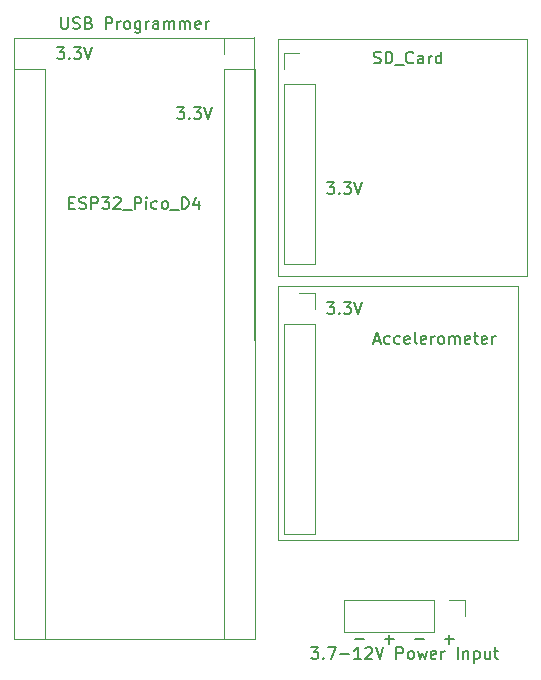
<source format=gto>
G04 #@! TF.GenerationSoftware,KiCad,Pcbnew,(5.1.5)-3*
G04 #@! TF.CreationDate,2020-03-02T23:39:02-06:00*
G04 #@! TF.ProjectId,PMT_PCB,504d545f-5043-4422-9e6b-696361645f70,rev?*
G04 #@! TF.SameCoordinates,Original*
G04 #@! TF.FileFunction,Legend,Top*
G04 #@! TF.FilePolarity,Positive*
%FSLAX46Y46*%
G04 Gerber Fmt 4.6, Leading zero omitted, Abs format (unit mm)*
G04 Created by KiCad (PCBNEW (5.1.5)-3) date 2020-03-02 23:39:02*
%MOMM*%
%LPD*%
G04 APERTURE LIST*
%ADD10C,0.150000*%
%ADD11C,0.120000*%
G04 APERTURE END LIST*
D10*
X133143809Y-65492380D02*
X133762857Y-65492380D01*
X133429523Y-65873333D01*
X133572380Y-65873333D01*
X133667619Y-65920952D01*
X133715238Y-65968571D01*
X133762857Y-66063809D01*
X133762857Y-66301904D01*
X133715238Y-66397142D01*
X133667619Y-66444761D01*
X133572380Y-66492380D01*
X133286666Y-66492380D01*
X133191428Y-66444761D01*
X133143809Y-66397142D01*
X134191428Y-66397142D02*
X134239047Y-66444761D01*
X134191428Y-66492380D01*
X134143809Y-66444761D01*
X134191428Y-66397142D01*
X134191428Y-66492380D01*
X134572380Y-65492380D02*
X135191428Y-65492380D01*
X134858095Y-65873333D01*
X135000952Y-65873333D01*
X135096190Y-65920952D01*
X135143809Y-65968571D01*
X135191428Y-66063809D01*
X135191428Y-66301904D01*
X135143809Y-66397142D01*
X135096190Y-66444761D01*
X135000952Y-66492380D01*
X134715238Y-66492380D01*
X134620000Y-66444761D01*
X134572380Y-66397142D01*
X135477142Y-65492380D02*
X135810476Y-66492380D01*
X136143809Y-65492380D01*
X122983809Y-60412380D02*
X123602857Y-60412380D01*
X123269523Y-60793333D01*
X123412380Y-60793333D01*
X123507619Y-60840952D01*
X123555238Y-60888571D01*
X123602857Y-60983809D01*
X123602857Y-61221904D01*
X123555238Y-61317142D01*
X123507619Y-61364761D01*
X123412380Y-61412380D01*
X123126666Y-61412380D01*
X123031428Y-61364761D01*
X122983809Y-61317142D01*
X124031428Y-61317142D02*
X124079047Y-61364761D01*
X124031428Y-61412380D01*
X123983809Y-61364761D01*
X124031428Y-61317142D01*
X124031428Y-61412380D01*
X124412380Y-60412380D02*
X125031428Y-60412380D01*
X124698095Y-60793333D01*
X124840952Y-60793333D01*
X124936190Y-60840952D01*
X124983809Y-60888571D01*
X125031428Y-60983809D01*
X125031428Y-61221904D01*
X124983809Y-61317142D01*
X124936190Y-61364761D01*
X124840952Y-61412380D01*
X124555238Y-61412380D01*
X124460000Y-61364761D01*
X124412380Y-61317142D01*
X125317142Y-60412380D02*
X125650476Y-61412380D01*
X125983809Y-60412380D01*
X145843809Y-71842380D02*
X146462857Y-71842380D01*
X146129523Y-72223333D01*
X146272380Y-72223333D01*
X146367619Y-72270952D01*
X146415238Y-72318571D01*
X146462857Y-72413809D01*
X146462857Y-72651904D01*
X146415238Y-72747142D01*
X146367619Y-72794761D01*
X146272380Y-72842380D01*
X145986666Y-72842380D01*
X145891428Y-72794761D01*
X145843809Y-72747142D01*
X146891428Y-72747142D02*
X146939047Y-72794761D01*
X146891428Y-72842380D01*
X146843809Y-72794761D01*
X146891428Y-72747142D01*
X146891428Y-72842380D01*
X147272380Y-71842380D02*
X147891428Y-71842380D01*
X147558095Y-72223333D01*
X147700952Y-72223333D01*
X147796190Y-72270952D01*
X147843809Y-72318571D01*
X147891428Y-72413809D01*
X147891428Y-72651904D01*
X147843809Y-72747142D01*
X147796190Y-72794761D01*
X147700952Y-72842380D01*
X147415238Y-72842380D01*
X147320000Y-72794761D01*
X147272380Y-72747142D01*
X148177142Y-71842380D02*
X148510476Y-72842380D01*
X148843809Y-71842380D01*
X145843809Y-82002380D02*
X146462857Y-82002380D01*
X146129523Y-82383333D01*
X146272380Y-82383333D01*
X146367619Y-82430952D01*
X146415238Y-82478571D01*
X146462857Y-82573809D01*
X146462857Y-82811904D01*
X146415238Y-82907142D01*
X146367619Y-82954761D01*
X146272380Y-83002380D01*
X145986666Y-83002380D01*
X145891428Y-82954761D01*
X145843809Y-82907142D01*
X146891428Y-82907142D02*
X146939047Y-82954761D01*
X146891428Y-83002380D01*
X146843809Y-82954761D01*
X146891428Y-82907142D01*
X146891428Y-83002380D01*
X147272380Y-82002380D02*
X147891428Y-82002380D01*
X147558095Y-82383333D01*
X147700952Y-82383333D01*
X147796190Y-82430952D01*
X147843809Y-82478571D01*
X147891428Y-82573809D01*
X147891428Y-82811904D01*
X147843809Y-82907142D01*
X147796190Y-82954761D01*
X147700952Y-83002380D01*
X147415238Y-83002380D01*
X147320000Y-82954761D01*
X147272380Y-82907142D01*
X148177142Y-82002380D02*
X148510476Y-83002380D01*
X148843809Y-82002380D01*
X155829047Y-110561428D02*
X156590952Y-110561428D01*
X156210000Y-110942380D02*
X156210000Y-110180476D01*
X153289047Y-110561428D02*
X154050952Y-110561428D01*
X150749047Y-110561428D02*
X151510952Y-110561428D01*
X151130000Y-110942380D02*
X151130000Y-110180476D01*
X148209047Y-110561428D02*
X148970952Y-110561428D01*
X123349523Y-57872380D02*
X123349523Y-58681904D01*
X123397142Y-58777142D01*
X123444761Y-58824761D01*
X123540000Y-58872380D01*
X123730476Y-58872380D01*
X123825714Y-58824761D01*
X123873333Y-58777142D01*
X123920952Y-58681904D01*
X123920952Y-57872380D01*
X124349523Y-58824761D02*
X124492380Y-58872380D01*
X124730476Y-58872380D01*
X124825714Y-58824761D01*
X124873333Y-58777142D01*
X124920952Y-58681904D01*
X124920952Y-58586666D01*
X124873333Y-58491428D01*
X124825714Y-58443809D01*
X124730476Y-58396190D01*
X124540000Y-58348571D01*
X124444761Y-58300952D01*
X124397142Y-58253333D01*
X124349523Y-58158095D01*
X124349523Y-58062857D01*
X124397142Y-57967619D01*
X124444761Y-57920000D01*
X124540000Y-57872380D01*
X124778095Y-57872380D01*
X124920952Y-57920000D01*
X125682857Y-58348571D02*
X125825714Y-58396190D01*
X125873333Y-58443809D01*
X125920952Y-58539047D01*
X125920952Y-58681904D01*
X125873333Y-58777142D01*
X125825714Y-58824761D01*
X125730476Y-58872380D01*
X125349523Y-58872380D01*
X125349523Y-57872380D01*
X125682857Y-57872380D01*
X125778095Y-57920000D01*
X125825714Y-57967619D01*
X125873333Y-58062857D01*
X125873333Y-58158095D01*
X125825714Y-58253333D01*
X125778095Y-58300952D01*
X125682857Y-58348571D01*
X125349523Y-58348571D01*
X127111428Y-58872380D02*
X127111428Y-57872380D01*
X127492380Y-57872380D01*
X127587619Y-57920000D01*
X127635238Y-57967619D01*
X127682857Y-58062857D01*
X127682857Y-58205714D01*
X127635238Y-58300952D01*
X127587619Y-58348571D01*
X127492380Y-58396190D01*
X127111428Y-58396190D01*
X128111428Y-58872380D02*
X128111428Y-58205714D01*
X128111428Y-58396190D02*
X128159047Y-58300952D01*
X128206666Y-58253333D01*
X128301904Y-58205714D01*
X128397142Y-58205714D01*
X128873333Y-58872380D02*
X128778095Y-58824761D01*
X128730476Y-58777142D01*
X128682857Y-58681904D01*
X128682857Y-58396190D01*
X128730476Y-58300952D01*
X128778095Y-58253333D01*
X128873333Y-58205714D01*
X129016190Y-58205714D01*
X129111428Y-58253333D01*
X129159047Y-58300952D01*
X129206666Y-58396190D01*
X129206666Y-58681904D01*
X129159047Y-58777142D01*
X129111428Y-58824761D01*
X129016190Y-58872380D01*
X128873333Y-58872380D01*
X130063809Y-58205714D02*
X130063809Y-59015238D01*
X130016190Y-59110476D01*
X129968571Y-59158095D01*
X129873333Y-59205714D01*
X129730476Y-59205714D01*
X129635238Y-59158095D01*
X130063809Y-58824761D02*
X129968571Y-58872380D01*
X129778095Y-58872380D01*
X129682857Y-58824761D01*
X129635238Y-58777142D01*
X129587619Y-58681904D01*
X129587619Y-58396190D01*
X129635238Y-58300952D01*
X129682857Y-58253333D01*
X129778095Y-58205714D01*
X129968571Y-58205714D01*
X130063809Y-58253333D01*
X130540000Y-58872380D02*
X130540000Y-58205714D01*
X130540000Y-58396190D02*
X130587619Y-58300952D01*
X130635238Y-58253333D01*
X130730476Y-58205714D01*
X130825714Y-58205714D01*
X131587619Y-58872380D02*
X131587619Y-58348571D01*
X131540000Y-58253333D01*
X131444761Y-58205714D01*
X131254285Y-58205714D01*
X131159047Y-58253333D01*
X131587619Y-58824761D02*
X131492380Y-58872380D01*
X131254285Y-58872380D01*
X131159047Y-58824761D01*
X131111428Y-58729523D01*
X131111428Y-58634285D01*
X131159047Y-58539047D01*
X131254285Y-58491428D01*
X131492380Y-58491428D01*
X131587619Y-58443809D01*
X132063809Y-58872380D02*
X132063809Y-58205714D01*
X132063809Y-58300952D02*
X132111428Y-58253333D01*
X132206666Y-58205714D01*
X132349523Y-58205714D01*
X132444761Y-58253333D01*
X132492380Y-58348571D01*
X132492380Y-58872380D01*
X132492380Y-58348571D02*
X132540000Y-58253333D01*
X132635238Y-58205714D01*
X132778095Y-58205714D01*
X132873333Y-58253333D01*
X132920952Y-58348571D01*
X132920952Y-58872380D01*
X133397142Y-58872380D02*
X133397142Y-58205714D01*
X133397142Y-58300952D02*
X133444761Y-58253333D01*
X133540000Y-58205714D01*
X133682857Y-58205714D01*
X133778095Y-58253333D01*
X133825714Y-58348571D01*
X133825714Y-58872380D01*
X133825714Y-58348571D02*
X133873333Y-58253333D01*
X133968571Y-58205714D01*
X134111428Y-58205714D01*
X134206666Y-58253333D01*
X134254285Y-58348571D01*
X134254285Y-58872380D01*
X135111428Y-58824761D02*
X135016190Y-58872380D01*
X134825714Y-58872380D01*
X134730476Y-58824761D01*
X134682857Y-58729523D01*
X134682857Y-58348571D01*
X134730476Y-58253333D01*
X134825714Y-58205714D01*
X135016190Y-58205714D01*
X135111428Y-58253333D01*
X135159047Y-58348571D01*
X135159047Y-58443809D01*
X134682857Y-58539047D01*
X135587619Y-58872380D02*
X135587619Y-58205714D01*
X135587619Y-58396190D02*
X135635238Y-58300952D01*
X135682857Y-58253333D01*
X135778095Y-58205714D01*
X135873333Y-58205714D01*
D11*
X141732000Y-80645000D02*
X141732000Y-102108000D01*
X162052000Y-80645000D02*
X141732000Y-80645000D01*
X162052000Y-80772000D02*
X162052000Y-80645000D01*
X162052000Y-80899000D02*
X162052000Y-80772000D01*
X162052000Y-81788000D02*
X162052000Y-80899000D01*
X162052000Y-102108000D02*
X162052000Y-81788000D01*
X141732000Y-102108000D02*
X162052000Y-102108000D01*
X143510000Y-81220000D02*
X144840000Y-81220000D01*
X144840000Y-81220000D02*
X144840000Y-82550000D01*
X144840000Y-83820000D02*
X144840000Y-101660000D01*
X142180000Y-101660000D02*
X144840000Y-101660000D01*
X142180000Y-83820000D02*
X142180000Y-101660000D01*
X142180000Y-83820000D02*
X144840000Y-83820000D01*
X157540000Y-107255000D02*
X157540000Y-108585000D01*
X156210000Y-107255000D02*
X157540000Y-107255000D01*
X154940000Y-107255000D02*
X154940000Y-109915000D01*
X154940000Y-109915000D02*
X147260000Y-109915000D01*
X154940000Y-107255000D02*
X147260000Y-107255000D01*
X147260000Y-107255000D02*
X147260000Y-109915000D01*
X142180000Y-78800000D02*
X144840000Y-78800000D01*
X142180000Y-63500000D02*
X142180000Y-78800000D01*
X144840000Y-63500000D02*
X144840000Y-78800000D01*
X142180000Y-63500000D02*
X144840000Y-63500000D01*
X142180000Y-62230000D02*
X142180000Y-60900000D01*
X142180000Y-60900000D02*
X143510000Y-60900000D01*
X141732000Y-79756000D02*
X162814000Y-79756000D01*
X162814000Y-79756000D02*
X162814000Y-59690000D01*
X141732000Y-59690000D02*
X141732000Y-79756000D01*
X162814000Y-59690000D02*
X141732000Y-59690000D01*
X122047000Y-59630000D02*
X139700000Y-59630000D01*
X121920000Y-59630000D02*
X122047000Y-59630000D01*
X119320000Y-59630000D02*
X121920000Y-59630000D01*
X119320000Y-59630000D02*
X119320000Y-110550000D01*
X139760000Y-110550000D02*
X139700000Y-59563000D01*
X119320000Y-110550000D02*
X139760000Y-110550000D01*
X137100000Y-62230000D02*
X139760000Y-62230000D01*
X137100000Y-60960000D02*
X137100000Y-59630000D01*
X137100000Y-59630000D02*
X138430000Y-59630000D01*
X137100000Y-62230000D02*
X137100000Y-110550000D01*
X137100000Y-110550000D02*
X139760000Y-110550000D01*
X139760000Y-62230000D02*
X139760000Y-110550000D01*
X119320000Y-62230000D02*
X121980000Y-62230000D01*
X119320000Y-60960000D02*
X119320000Y-59630000D01*
X119320000Y-59630000D02*
X120650000Y-59630000D01*
X119320000Y-62230000D02*
X119320000Y-110550000D01*
X119320000Y-110550000D02*
X121980000Y-110550000D01*
X121980000Y-62230000D02*
X121980000Y-110550000D01*
D10*
X149844761Y-85256666D02*
X150320952Y-85256666D01*
X149749523Y-85542380D02*
X150082857Y-84542380D01*
X150416190Y-85542380D01*
X151178095Y-85494761D02*
X151082857Y-85542380D01*
X150892380Y-85542380D01*
X150797142Y-85494761D01*
X150749523Y-85447142D01*
X150701904Y-85351904D01*
X150701904Y-85066190D01*
X150749523Y-84970952D01*
X150797142Y-84923333D01*
X150892380Y-84875714D01*
X151082857Y-84875714D01*
X151178095Y-84923333D01*
X152035238Y-85494761D02*
X151940000Y-85542380D01*
X151749523Y-85542380D01*
X151654285Y-85494761D01*
X151606666Y-85447142D01*
X151559047Y-85351904D01*
X151559047Y-85066190D01*
X151606666Y-84970952D01*
X151654285Y-84923333D01*
X151749523Y-84875714D01*
X151940000Y-84875714D01*
X152035238Y-84923333D01*
X152844761Y-85494761D02*
X152749523Y-85542380D01*
X152559047Y-85542380D01*
X152463809Y-85494761D01*
X152416190Y-85399523D01*
X152416190Y-85018571D01*
X152463809Y-84923333D01*
X152559047Y-84875714D01*
X152749523Y-84875714D01*
X152844761Y-84923333D01*
X152892380Y-85018571D01*
X152892380Y-85113809D01*
X152416190Y-85209047D01*
X153463809Y-85542380D02*
X153368571Y-85494761D01*
X153320952Y-85399523D01*
X153320952Y-84542380D01*
X154225714Y-85494761D02*
X154130476Y-85542380D01*
X153940000Y-85542380D01*
X153844761Y-85494761D01*
X153797142Y-85399523D01*
X153797142Y-85018571D01*
X153844761Y-84923333D01*
X153940000Y-84875714D01*
X154130476Y-84875714D01*
X154225714Y-84923333D01*
X154273333Y-85018571D01*
X154273333Y-85113809D01*
X153797142Y-85209047D01*
X154701904Y-85542380D02*
X154701904Y-84875714D01*
X154701904Y-85066190D02*
X154749523Y-84970952D01*
X154797142Y-84923333D01*
X154892380Y-84875714D01*
X154987619Y-84875714D01*
X155463809Y-85542380D02*
X155368571Y-85494761D01*
X155320952Y-85447142D01*
X155273333Y-85351904D01*
X155273333Y-85066190D01*
X155320952Y-84970952D01*
X155368571Y-84923333D01*
X155463809Y-84875714D01*
X155606666Y-84875714D01*
X155701904Y-84923333D01*
X155749523Y-84970952D01*
X155797142Y-85066190D01*
X155797142Y-85351904D01*
X155749523Y-85447142D01*
X155701904Y-85494761D01*
X155606666Y-85542380D01*
X155463809Y-85542380D01*
X156225714Y-85542380D02*
X156225714Y-84875714D01*
X156225714Y-84970952D02*
X156273333Y-84923333D01*
X156368571Y-84875714D01*
X156511428Y-84875714D01*
X156606666Y-84923333D01*
X156654285Y-85018571D01*
X156654285Y-85542380D01*
X156654285Y-85018571D02*
X156701904Y-84923333D01*
X156797142Y-84875714D01*
X156940000Y-84875714D01*
X157035238Y-84923333D01*
X157082857Y-85018571D01*
X157082857Y-85542380D01*
X157940000Y-85494761D02*
X157844761Y-85542380D01*
X157654285Y-85542380D01*
X157559047Y-85494761D01*
X157511428Y-85399523D01*
X157511428Y-85018571D01*
X157559047Y-84923333D01*
X157654285Y-84875714D01*
X157844761Y-84875714D01*
X157940000Y-84923333D01*
X157987619Y-85018571D01*
X157987619Y-85113809D01*
X157511428Y-85209047D01*
X158273333Y-84875714D02*
X158654285Y-84875714D01*
X158416190Y-84542380D02*
X158416190Y-85399523D01*
X158463809Y-85494761D01*
X158559047Y-85542380D01*
X158654285Y-85542380D01*
X159368571Y-85494761D02*
X159273333Y-85542380D01*
X159082857Y-85542380D01*
X158987619Y-85494761D01*
X158940000Y-85399523D01*
X158940000Y-85018571D01*
X158987619Y-84923333D01*
X159082857Y-84875714D01*
X159273333Y-84875714D01*
X159368571Y-84923333D01*
X159416190Y-85018571D01*
X159416190Y-85113809D01*
X158940000Y-85209047D01*
X159844761Y-85542380D02*
X159844761Y-84875714D01*
X159844761Y-85066190D02*
X159892380Y-84970952D01*
X159940000Y-84923333D01*
X160035238Y-84875714D01*
X160130476Y-84875714D01*
X144495238Y-111212380D02*
X145114285Y-111212380D01*
X144780952Y-111593333D01*
X144923809Y-111593333D01*
X145019047Y-111640952D01*
X145066666Y-111688571D01*
X145114285Y-111783809D01*
X145114285Y-112021904D01*
X145066666Y-112117142D01*
X145019047Y-112164761D01*
X144923809Y-112212380D01*
X144638095Y-112212380D01*
X144542857Y-112164761D01*
X144495238Y-112117142D01*
X145542857Y-112117142D02*
X145590476Y-112164761D01*
X145542857Y-112212380D01*
X145495238Y-112164761D01*
X145542857Y-112117142D01*
X145542857Y-112212380D01*
X145923809Y-111212380D02*
X146590476Y-111212380D01*
X146161904Y-112212380D01*
X146971428Y-111831428D02*
X147733333Y-111831428D01*
X148733333Y-112212380D02*
X148161904Y-112212380D01*
X148447619Y-112212380D02*
X148447619Y-111212380D01*
X148352380Y-111355238D01*
X148257142Y-111450476D01*
X148161904Y-111498095D01*
X149114285Y-111307619D02*
X149161904Y-111260000D01*
X149257142Y-111212380D01*
X149495238Y-111212380D01*
X149590476Y-111260000D01*
X149638095Y-111307619D01*
X149685714Y-111402857D01*
X149685714Y-111498095D01*
X149638095Y-111640952D01*
X149066666Y-112212380D01*
X149685714Y-112212380D01*
X149971428Y-111212380D02*
X150304761Y-112212380D01*
X150638095Y-111212380D01*
X151733333Y-112212380D02*
X151733333Y-111212380D01*
X152114285Y-111212380D01*
X152209523Y-111260000D01*
X152257142Y-111307619D01*
X152304761Y-111402857D01*
X152304761Y-111545714D01*
X152257142Y-111640952D01*
X152209523Y-111688571D01*
X152114285Y-111736190D01*
X151733333Y-111736190D01*
X152876190Y-112212380D02*
X152780952Y-112164761D01*
X152733333Y-112117142D01*
X152685714Y-112021904D01*
X152685714Y-111736190D01*
X152733333Y-111640952D01*
X152780952Y-111593333D01*
X152876190Y-111545714D01*
X153019047Y-111545714D01*
X153114285Y-111593333D01*
X153161904Y-111640952D01*
X153209523Y-111736190D01*
X153209523Y-112021904D01*
X153161904Y-112117142D01*
X153114285Y-112164761D01*
X153019047Y-112212380D01*
X152876190Y-112212380D01*
X153542857Y-111545714D02*
X153733333Y-112212380D01*
X153923809Y-111736190D01*
X154114285Y-112212380D01*
X154304761Y-111545714D01*
X155066666Y-112164761D02*
X154971428Y-112212380D01*
X154780952Y-112212380D01*
X154685714Y-112164761D01*
X154638095Y-112069523D01*
X154638095Y-111688571D01*
X154685714Y-111593333D01*
X154780952Y-111545714D01*
X154971428Y-111545714D01*
X155066666Y-111593333D01*
X155114285Y-111688571D01*
X155114285Y-111783809D01*
X154638095Y-111879047D01*
X155542857Y-112212380D02*
X155542857Y-111545714D01*
X155542857Y-111736190D02*
X155590476Y-111640952D01*
X155638095Y-111593333D01*
X155733333Y-111545714D01*
X155828571Y-111545714D01*
X156923809Y-112212380D02*
X156923809Y-111212380D01*
X157400000Y-111545714D02*
X157400000Y-112212380D01*
X157400000Y-111640952D02*
X157447619Y-111593333D01*
X157542857Y-111545714D01*
X157685714Y-111545714D01*
X157780952Y-111593333D01*
X157828571Y-111688571D01*
X157828571Y-112212380D01*
X158304761Y-111545714D02*
X158304761Y-112545714D01*
X158304761Y-111593333D02*
X158400000Y-111545714D01*
X158590476Y-111545714D01*
X158685714Y-111593333D01*
X158733333Y-111640952D01*
X158780952Y-111736190D01*
X158780952Y-112021904D01*
X158733333Y-112117142D01*
X158685714Y-112164761D01*
X158590476Y-112212380D01*
X158400000Y-112212380D01*
X158304761Y-112164761D01*
X159638095Y-111545714D02*
X159638095Y-112212380D01*
X159209523Y-111545714D02*
X159209523Y-112069523D01*
X159257142Y-112164761D01*
X159352380Y-112212380D01*
X159495238Y-112212380D01*
X159590476Y-112164761D01*
X159638095Y-112117142D01*
X159971428Y-111545714D02*
X160352380Y-111545714D01*
X160114285Y-111212380D02*
X160114285Y-112069523D01*
X160161904Y-112164761D01*
X160257142Y-112212380D01*
X160352380Y-112212380D01*
X149824046Y-61745761D02*
X149966903Y-61793380D01*
X150204999Y-61793380D01*
X150300237Y-61745761D01*
X150347856Y-61698142D01*
X150395475Y-61602904D01*
X150395475Y-61507666D01*
X150347856Y-61412428D01*
X150300237Y-61364809D01*
X150204999Y-61317190D01*
X150014522Y-61269571D01*
X149919284Y-61221952D01*
X149871665Y-61174333D01*
X149824046Y-61079095D01*
X149824046Y-60983857D01*
X149871665Y-60888619D01*
X149919284Y-60841000D01*
X150014522Y-60793380D01*
X150252618Y-60793380D01*
X150395475Y-60841000D01*
X150824046Y-61793380D02*
X150824046Y-60793380D01*
X151062141Y-60793380D01*
X151204999Y-60841000D01*
X151300237Y-60936238D01*
X151347856Y-61031476D01*
X151395475Y-61221952D01*
X151395475Y-61364809D01*
X151347856Y-61555285D01*
X151300237Y-61650523D01*
X151204999Y-61745761D01*
X151062141Y-61793380D01*
X150824046Y-61793380D01*
X151585951Y-61888619D02*
X152347856Y-61888619D01*
X153157379Y-61698142D02*
X153109760Y-61745761D01*
X152966903Y-61793380D01*
X152871665Y-61793380D01*
X152728808Y-61745761D01*
X152633570Y-61650523D01*
X152585951Y-61555285D01*
X152538332Y-61364809D01*
X152538332Y-61221952D01*
X152585951Y-61031476D01*
X152633570Y-60936238D01*
X152728808Y-60841000D01*
X152871665Y-60793380D01*
X152966903Y-60793380D01*
X153109760Y-60841000D01*
X153157379Y-60888619D01*
X154014522Y-61793380D02*
X154014522Y-61269571D01*
X153966903Y-61174333D01*
X153871665Y-61126714D01*
X153681189Y-61126714D01*
X153585951Y-61174333D01*
X154014522Y-61745761D02*
X153919284Y-61793380D01*
X153681189Y-61793380D01*
X153585951Y-61745761D01*
X153538332Y-61650523D01*
X153538332Y-61555285D01*
X153585951Y-61460047D01*
X153681189Y-61412428D01*
X153919284Y-61412428D01*
X154014522Y-61364809D01*
X154490713Y-61793380D02*
X154490713Y-61126714D01*
X154490713Y-61317190D02*
X154538332Y-61221952D01*
X154585951Y-61174333D01*
X154681189Y-61126714D01*
X154776427Y-61126714D01*
X155538332Y-61793380D02*
X155538332Y-60793380D01*
X155538332Y-61745761D02*
X155443094Y-61793380D01*
X155252618Y-61793380D01*
X155157379Y-61745761D01*
X155109760Y-61698142D01*
X155062141Y-61602904D01*
X155062141Y-61317190D01*
X155109760Y-61221952D01*
X155157379Y-61174333D01*
X155252618Y-61126714D01*
X155443094Y-61126714D01*
X155538332Y-61174333D01*
X124040000Y-73588571D02*
X124373333Y-73588571D01*
X124516190Y-74112380D02*
X124040000Y-74112380D01*
X124040000Y-73112380D01*
X124516190Y-73112380D01*
X124897142Y-74064761D02*
X125040000Y-74112380D01*
X125278095Y-74112380D01*
X125373333Y-74064761D01*
X125420952Y-74017142D01*
X125468571Y-73921904D01*
X125468571Y-73826666D01*
X125420952Y-73731428D01*
X125373333Y-73683809D01*
X125278095Y-73636190D01*
X125087619Y-73588571D01*
X124992380Y-73540952D01*
X124944761Y-73493333D01*
X124897142Y-73398095D01*
X124897142Y-73302857D01*
X124944761Y-73207619D01*
X124992380Y-73160000D01*
X125087619Y-73112380D01*
X125325714Y-73112380D01*
X125468571Y-73160000D01*
X125897142Y-74112380D02*
X125897142Y-73112380D01*
X126278095Y-73112380D01*
X126373333Y-73160000D01*
X126420952Y-73207619D01*
X126468571Y-73302857D01*
X126468571Y-73445714D01*
X126420952Y-73540952D01*
X126373333Y-73588571D01*
X126278095Y-73636190D01*
X125897142Y-73636190D01*
X126801904Y-73112380D02*
X127420952Y-73112380D01*
X127087619Y-73493333D01*
X127230476Y-73493333D01*
X127325714Y-73540952D01*
X127373333Y-73588571D01*
X127420952Y-73683809D01*
X127420952Y-73921904D01*
X127373333Y-74017142D01*
X127325714Y-74064761D01*
X127230476Y-74112380D01*
X126944761Y-74112380D01*
X126849523Y-74064761D01*
X126801904Y-74017142D01*
X127801904Y-73207619D02*
X127849523Y-73160000D01*
X127944761Y-73112380D01*
X128182857Y-73112380D01*
X128278095Y-73160000D01*
X128325714Y-73207619D01*
X128373333Y-73302857D01*
X128373333Y-73398095D01*
X128325714Y-73540952D01*
X127754285Y-74112380D01*
X128373333Y-74112380D01*
X128563809Y-74207619D02*
X129325714Y-74207619D01*
X129563809Y-74112380D02*
X129563809Y-73112380D01*
X129944761Y-73112380D01*
X130040000Y-73160000D01*
X130087619Y-73207619D01*
X130135238Y-73302857D01*
X130135238Y-73445714D01*
X130087619Y-73540952D01*
X130040000Y-73588571D01*
X129944761Y-73636190D01*
X129563809Y-73636190D01*
X130563809Y-74112380D02*
X130563809Y-73445714D01*
X130563809Y-73112380D02*
X130516190Y-73160000D01*
X130563809Y-73207619D01*
X130611428Y-73160000D01*
X130563809Y-73112380D01*
X130563809Y-73207619D01*
X131468571Y-74064761D02*
X131373333Y-74112380D01*
X131182857Y-74112380D01*
X131087619Y-74064761D01*
X131040000Y-74017142D01*
X130992380Y-73921904D01*
X130992380Y-73636190D01*
X131040000Y-73540952D01*
X131087619Y-73493333D01*
X131182857Y-73445714D01*
X131373333Y-73445714D01*
X131468571Y-73493333D01*
X132040000Y-74112380D02*
X131944761Y-74064761D01*
X131897142Y-74017142D01*
X131849523Y-73921904D01*
X131849523Y-73636190D01*
X131897142Y-73540952D01*
X131944761Y-73493333D01*
X132040000Y-73445714D01*
X132182857Y-73445714D01*
X132278095Y-73493333D01*
X132325714Y-73540952D01*
X132373333Y-73636190D01*
X132373333Y-73921904D01*
X132325714Y-74017142D01*
X132278095Y-74064761D01*
X132182857Y-74112380D01*
X132040000Y-74112380D01*
X132563809Y-74207619D02*
X133325714Y-74207619D01*
X133563809Y-74112380D02*
X133563809Y-73112380D01*
X133801904Y-73112380D01*
X133944761Y-73160000D01*
X134040000Y-73255238D01*
X134087619Y-73350476D01*
X134135238Y-73540952D01*
X134135238Y-73683809D01*
X134087619Y-73874285D01*
X134040000Y-73969523D01*
X133944761Y-74064761D01*
X133801904Y-74112380D01*
X133563809Y-74112380D01*
X134992380Y-73445714D02*
X134992380Y-74112380D01*
X134754285Y-73064761D02*
X134516190Y-73779047D01*
X135135238Y-73779047D01*
M02*

</source>
